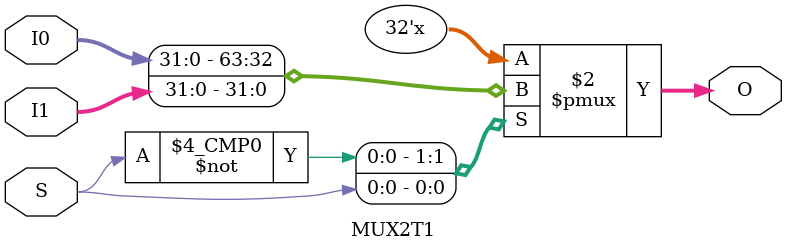
<source format=v>
`timescale 1ns / 1ps


module MUX2T1#(
    parameter WIDTH = 32
    )(
    input wire S,
    input wire [WIDTH-1:0] I0,
    input wire [WIDTH-1:0] I1,
    output reg [WIDTH-1:0] O
    );

always @ * begin
    case (S)
      1'b0: O <= I0;
      1'b1: O <= I1;
    endcase
end

endmodule

</source>
